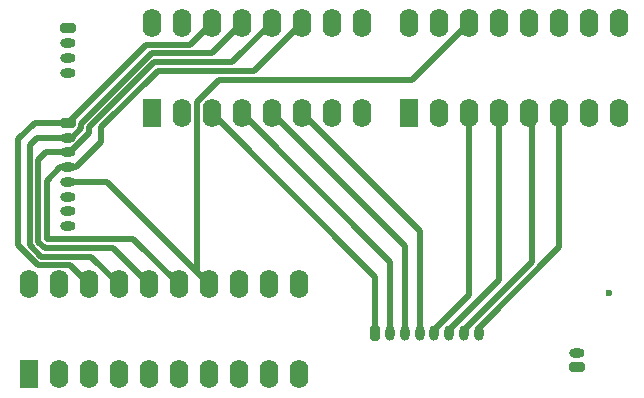
<source format=gbr>
%TF.GenerationSoftware,KiCad,Pcbnew,8.0.3*%
%TF.CreationDate,2024-07-20T16:39:50-07:00*%
%TF.ProjectId,General Register V1,47656e65-7261-46c2-9052-656769737465,rev?*%
%TF.SameCoordinates,Original*%
%TF.FileFunction,Copper,L2,Inr*%
%TF.FilePolarity,Positive*%
%FSLAX46Y46*%
G04 Gerber Fmt 4.6, Leading zero omitted, Abs format (unit mm)*
G04 Created by KiCad (PCBNEW 8.0.3) date 2024-07-20 16:39:50*
%MOMM*%
%LPD*%
G01*
G04 APERTURE LIST*
G04 Aperture macros list*
%AMRoundRect*
0 Rectangle with rounded corners*
0 $1 Rounding radius*
0 $2 $3 $4 $5 $6 $7 $8 $9 X,Y pos of 4 corners*
0 Add a 4 corners polygon primitive as box body*
4,1,4,$2,$3,$4,$5,$6,$7,$8,$9,$2,$3,0*
0 Add four circle primitives for the rounded corners*
1,1,$1+$1,$2,$3*
1,1,$1+$1,$4,$5*
1,1,$1+$1,$6,$7*
1,1,$1+$1,$8,$9*
0 Add four rect primitives between the rounded corners*
20,1,$1+$1,$2,$3,$4,$5,0*
20,1,$1+$1,$4,$5,$6,$7,0*
20,1,$1+$1,$6,$7,$8,$9,0*
20,1,$1+$1,$8,$9,$2,$3,0*%
G04 Aperture macros list end*
%TA.AperFunction,ComponentPad*%
%ADD10R,1.600000X2.400000*%
%TD*%
%TA.AperFunction,ComponentPad*%
%ADD11O,1.600000X2.400000*%
%TD*%
%TA.AperFunction,ComponentPad*%
%ADD12RoundRect,0.200000X-0.450000X0.200000X-0.450000X-0.200000X0.450000X-0.200000X0.450000X0.200000X0*%
%TD*%
%TA.AperFunction,ComponentPad*%
%ADD13O,1.300000X0.800000*%
%TD*%
%TA.AperFunction,ComponentPad*%
%ADD14RoundRect,0.200000X0.450000X-0.200000X0.450000X0.200000X-0.450000X0.200000X-0.450000X-0.200000X0*%
%TD*%
%TA.AperFunction,ComponentPad*%
%ADD15RoundRect,0.200000X-0.200000X-0.450000X0.200000X-0.450000X0.200000X0.450000X-0.200000X0.450000X0*%
%TD*%
%TA.AperFunction,ComponentPad*%
%ADD16O,0.800000X1.300000*%
%TD*%
%TA.AperFunction,ViaPad*%
%ADD17C,0.600000*%
%TD*%
%TA.AperFunction,Conductor*%
%ADD18C,0.500000*%
%TD*%
G04 APERTURE END LIST*
D10*
%TO.N,GNDREF*%
%TO.C,U5*%
X125100000Y-70300000D03*
D11*
X127640000Y-70300000D03*
%TO.N,/A3*%
X130180000Y-70300000D03*
%TO.N,/A2*%
X132720000Y-70300000D03*
%TO.N,/A1*%
X135260000Y-70300000D03*
%TO.N,/A0*%
X137800000Y-70300000D03*
%TO.N,/CLK*%
X140340000Y-70300000D03*
%TO.N,GNDREF*%
X142880000Y-70300000D03*
%TO.N,/~{Ain}*%
X142880000Y-62680000D03*
X140340000Y-62680000D03*
%TO.N,/BUS 0*%
X137800000Y-62680000D03*
%TO.N,/BUS 1*%
X135260000Y-62680000D03*
%TO.N,/BUS 2*%
X132720000Y-62680000D03*
%TO.N,/BUS 3*%
X130180000Y-62680000D03*
%TO.N,/CLR*%
X127640000Y-62680000D03*
%TO.N,VCC*%
X125100000Y-62680000D03*
%TD*%
D12*
%TO.N,VCC*%
%TO.C,J1*%
X96200000Y-63125000D03*
D13*
%TO.N,GNDREF*%
X96200000Y-64375000D03*
%TO.N,/CLK*%
X96200000Y-65625000D03*
%TO.N,/CLR*%
X96200000Y-66875000D03*
%TD*%
D10*
%TO.N,VCC*%
%TO.C,U6*%
X92920000Y-92420000D03*
D11*
%TO.N,/A7*%
X95460000Y-92420000D03*
%TO.N,/A6*%
X98000000Y-92420000D03*
%TO.N,/A5*%
X100540000Y-92420000D03*
%TO.N,/A4*%
X103080000Y-92420000D03*
%TO.N,/A3*%
X105620000Y-92420000D03*
%TO.N,/A2*%
X108160000Y-92420000D03*
%TO.N,/A1*%
X110700000Y-92420000D03*
%TO.N,/A0*%
X113240000Y-92420000D03*
%TO.N,GNDREF*%
X115780000Y-92420000D03*
%TO.N,/BUS 0*%
X115780000Y-84800000D03*
%TO.N,/BUS 1*%
X113240000Y-84800000D03*
%TO.N,/BUS 2*%
X110700000Y-84800000D03*
%TO.N,/BUS 3*%
X108160000Y-84800000D03*
%TO.N,/BUS 4*%
X105620000Y-84800000D03*
%TO.N,/BUS 5*%
X103080000Y-84800000D03*
%TO.N,/BUS 6*%
X100540000Y-84800000D03*
%TO.N,/BUS 7*%
X98000000Y-84800000D03*
%TO.N,/~{Aout}*%
X95460000Y-84800000D03*
%TO.N,VCC*%
X92920000Y-84800000D03*
%TD*%
D14*
%TO.N,/~{Aout}*%
%TO.C,J3*%
X139300000Y-91825000D03*
D13*
%TO.N,/~{Ain}*%
X139300000Y-90575000D03*
%TD*%
D12*
%TO.N,/BUS 7*%
%TO.C,J2*%
X96200000Y-71125000D03*
D13*
%TO.N,/BUS 6*%
X96200000Y-72375000D03*
%TO.N,/BUS 5*%
X96200000Y-73625000D03*
%TO.N,/BUS 4*%
X96200000Y-74875000D03*
%TO.N,/BUS 3*%
X96200000Y-76125000D03*
%TO.N,/BUS 2*%
X96200000Y-77375000D03*
%TO.N,/BUS 1*%
X96200000Y-78625000D03*
%TO.N,/BUS 0*%
X96200000Y-79875000D03*
%TD*%
D10*
%TO.N,GNDREF*%
%TO.C,U4*%
X103280000Y-70300000D03*
D11*
X105820000Y-70300000D03*
%TO.N,/A7*%
X108360000Y-70300000D03*
%TO.N,/A6*%
X110900000Y-70300000D03*
%TO.N,/A5*%
X113440000Y-70300000D03*
%TO.N,/A4*%
X115980000Y-70300000D03*
%TO.N,/CLK*%
X118520000Y-70300000D03*
%TO.N,GNDREF*%
X121060000Y-70300000D03*
%TO.N,/~{Ain}*%
X121060000Y-62680000D03*
X118520000Y-62680000D03*
%TO.N,/BUS 4*%
X115980000Y-62680000D03*
%TO.N,/BUS 5*%
X113440000Y-62680000D03*
%TO.N,/BUS 6*%
X110900000Y-62680000D03*
%TO.N,/BUS 7*%
X108360000Y-62680000D03*
%TO.N,/CLR*%
X105820000Y-62680000D03*
%TO.N,VCC*%
X103280000Y-62680000D03*
%TD*%
D15*
%TO.N,/A7*%
%TO.C,J4*%
X122225000Y-88900000D03*
D16*
%TO.N,/A6*%
X123475000Y-88900000D03*
%TO.N,/A5*%
X124725000Y-88900000D03*
%TO.N,/A4*%
X125975000Y-88900000D03*
%TO.N,/A3*%
X127225000Y-88900000D03*
%TO.N,/A2*%
X128475000Y-88900000D03*
%TO.N,/A1*%
X129725000Y-88900000D03*
%TO.N,/A0*%
X130975000Y-88900000D03*
%TD*%
D17*
%TO.N,GNDREF*%
X142000000Y-85500000D03*
%TD*%
D18*
%TO.N,/BUS 6*%
X96524780Y-72375000D02*
X96200000Y-72375000D01*
X108380000Y-65200000D02*
X103300000Y-65200000D01*
X93625000Y-72375000D02*
X93000000Y-73000000D01*
X93000000Y-73000000D02*
X93000000Y-81500000D01*
X98190000Y-82450000D02*
X100540000Y-84800000D01*
X96200000Y-72375000D02*
X93625000Y-72375000D01*
X103300000Y-65200000D02*
X97300000Y-71200000D01*
X97300000Y-71200000D02*
X97300000Y-71599780D01*
X110900000Y-62680000D02*
X108380000Y-65200000D01*
X97300000Y-71599780D02*
X96524780Y-72375000D01*
X93950000Y-82450000D02*
X98190000Y-82450000D01*
X93000000Y-81500000D02*
X93950000Y-82450000D01*
%TO.N,/A5*%
X124725000Y-81585000D02*
X113440000Y-70300000D01*
X124725000Y-88900000D02*
X124725000Y-81585000D01*
%TO.N,/A7*%
X122225000Y-84165000D02*
X108360000Y-70300000D01*
X122225000Y-88900000D02*
X122225000Y-84165000D01*
%TO.N,/BUS 5*%
X96402082Y-73625000D02*
X96200000Y-73625000D01*
X98000000Y-71500000D02*
X98000000Y-72027082D01*
X96200000Y-73625000D02*
X94375000Y-73625000D01*
X110120000Y-66000000D02*
X103500000Y-66000000D01*
X93700000Y-74300000D02*
X93700000Y-81210050D01*
X94375000Y-73625000D02*
X93700000Y-74300000D01*
X100030000Y-81750000D02*
X103080000Y-84800000D01*
X103500000Y-66000000D02*
X98000000Y-71500000D01*
X113440000Y-62680000D02*
X110120000Y-66000000D01*
X94239950Y-81750000D02*
X100030000Y-81750000D01*
X98000000Y-72027082D02*
X96402082Y-73625000D01*
X93700000Y-81210050D02*
X94239950Y-81750000D01*
%TO.N,/BUS 3*%
X130180000Y-62680000D02*
X129820000Y-62680000D01*
X125360000Y-67500000D02*
X130180000Y-62680000D01*
X108160000Y-84800000D02*
X99485000Y-76125000D01*
X99485000Y-76125000D02*
X96200000Y-76125000D01*
X107110000Y-69382233D02*
X108992233Y-67500000D01*
X108160000Y-84800000D02*
X107110000Y-83750000D01*
X107110000Y-83750000D02*
X107110000Y-69382233D01*
X108992233Y-67500000D02*
X125360000Y-67500000D01*
%TO.N,/A2*%
X128475000Y-88650000D02*
X132720000Y-84405000D01*
X132720000Y-84405000D02*
X132720000Y-70300000D01*
X128475000Y-88900000D02*
X128475000Y-88650000D01*
%TO.N,/A4*%
X125975000Y-88900000D02*
X125975000Y-80295000D01*
X125975000Y-80295000D02*
X115980000Y-70300000D01*
%TO.N,/A6*%
X123475000Y-82875000D02*
X110900000Y-70300000D01*
X123475000Y-88900000D02*
X123475000Y-82875000D01*
%TO.N,/A0*%
X130975000Y-88900000D02*
X130975000Y-88475000D01*
X137800000Y-81650000D02*
X137800000Y-70300000D01*
X130975000Y-88475000D02*
X137800000Y-81650000D01*
%TO.N,/A1*%
X135500000Y-70540000D02*
X135500000Y-82922918D01*
X135500000Y-82922918D02*
X129725000Y-88697918D01*
X129725000Y-88697918D02*
X129725000Y-88900000D01*
X135260000Y-70300000D02*
X135500000Y-70540000D01*
%TO.N,/BUS 4*%
X101740100Y-80920100D02*
X105620000Y-84800000D01*
X96200000Y-74875000D02*
X95550000Y-74875000D01*
X94400000Y-80920100D02*
X101740100Y-80920100D01*
X94400000Y-76025000D02*
X94400000Y-80920100D01*
X99000000Y-72725000D02*
X96850000Y-74875000D01*
X111960000Y-66700000D02*
X103789950Y-66700000D01*
X99000000Y-71489950D02*
X99000000Y-72725000D01*
X103789950Y-66700000D02*
X99000000Y-71489950D01*
X96850000Y-74875000D02*
X96200000Y-74875000D01*
X115980000Y-62680000D02*
X111960000Y-66700000D01*
X95550000Y-74875000D02*
X94400000Y-76025000D01*
%TO.N,/A3*%
X130180000Y-85695000D02*
X130180000Y-70300000D01*
X127225000Y-88650000D02*
X130180000Y-85695000D01*
X127225000Y-88900000D02*
X127225000Y-88650000D01*
%TO.N,/BUS 7*%
X92000000Y-72500000D02*
X93375000Y-71125000D01*
X98000000Y-84800000D02*
X96710000Y-83510000D01*
X93650000Y-83150000D02*
X92000000Y-81500000D01*
X92000000Y-81500000D02*
X92000000Y-72500000D01*
X106540000Y-64500000D02*
X108360000Y-62680000D01*
X93375000Y-71125000D02*
X96200000Y-71125000D01*
X96360000Y-83150000D02*
X93650000Y-83150000D01*
X96710000Y-83500000D02*
X96360000Y-83150000D01*
X96710000Y-83510000D02*
X96710000Y-83500000D01*
X96200000Y-71125000D02*
X102825000Y-64500000D01*
X102825000Y-64500000D02*
X106540000Y-64500000D01*
%TD*%
M02*

</source>
